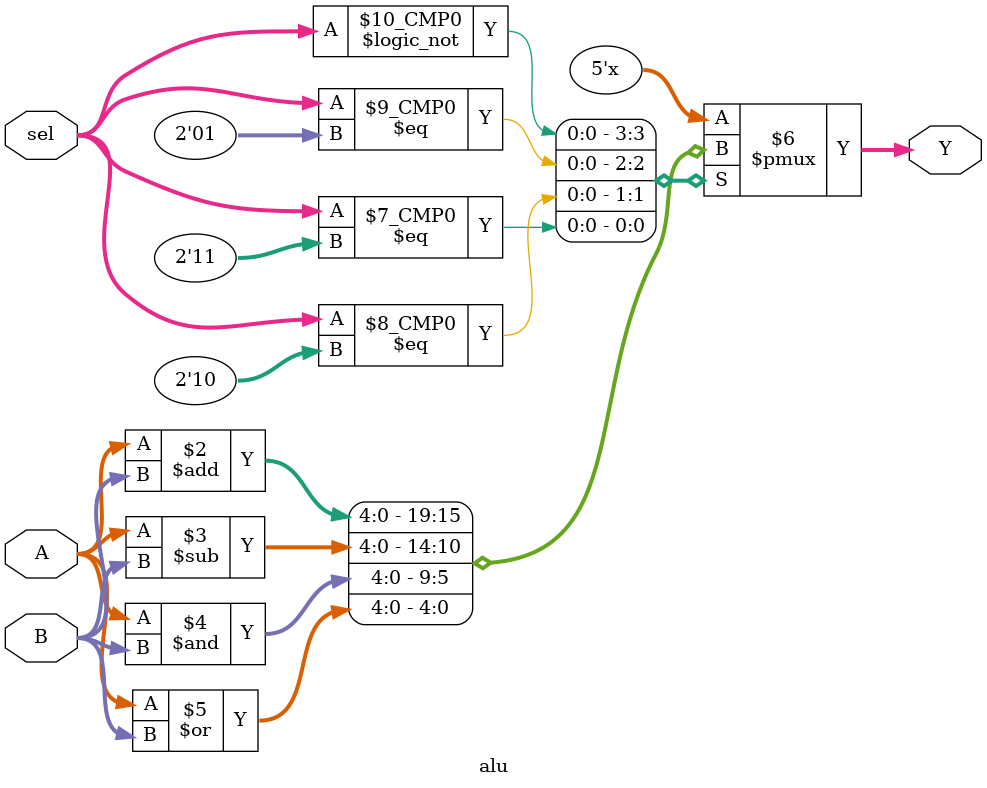
<source format=v>
module alu (input [3:0] A, B, input [1:0] sel, output reg [4:0] Y);
  always @(*) begin
    case(sel)
      2'b00: Y = A + B;
      2'b01: Y = A - B;
      2'b10: Y = A & B;
      2'b11: Y = A | B;
    endcase
  end
endmodule

</source>
